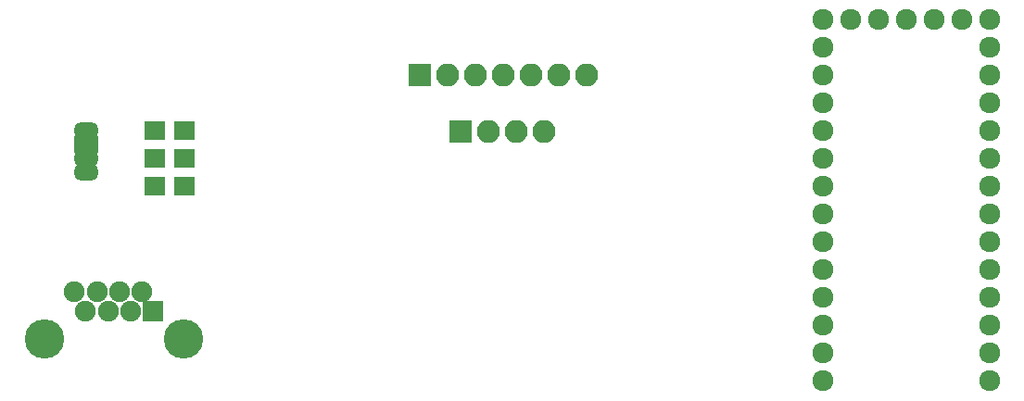
<source format=gts>
G04 #@! TF.FileFunction,Soldermask,Top*
%FSLAX46Y46*%
G04 Gerber Fmt 4.6, Leading zero omitted, Abs format (unit mm)*
G04 Created by KiCad (PCBNEW 4.0.7) date Thursday, May 03, 2018 'PMt' 09:58:57 PM*
%MOMM*%
%LPD*%
G01*
G04 APERTURE LIST*
%ADD10C,0.100000*%
%ADD11R,2.100000X2.100000*%
%ADD12O,2.100000X2.100000*%
%ADD13O,2.305000X1.517600*%
%ADD14R,2.305000X1.517600*%
%ADD15C,3.600000*%
%ADD16R,1.900000X1.900000*%
%ADD17C,1.900000*%
%ADD18R,1.900000X1.700000*%
%ADD19C,1.924000*%
G04 APERTURE END LIST*
D10*
D11*
X149845517Y-90242409D03*
D12*
X152385517Y-90242409D03*
X154925517Y-90242409D03*
X157465517Y-90242409D03*
D13*
X115570000Y-90170000D03*
D14*
X115570000Y-91440000D03*
D13*
X115570000Y-92710000D03*
X115570000Y-93980000D03*
D15*
X111760000Y-109220000D03*
D16*
X121680000Y-106680000D03*
D17*
X120660000Y-104900000D03*
X119640000Y-106680000D03*
X118620000Y-104900000D03*
X117600000Y-106680000D03*
X116580000Y-104900000D03*
X115560000Y-106680000D03*
X114540000Y-104900000D03*
D15*
X124460000Y-109220000D03*
D11*
X146050000Y-85090000D03*
D12*
X148590000Y-85090000D03*
X151130000Y-85090000D03*
X153670000Y-85090000D03*
X156210000Y-85090000D03*
X158750000Y-85090000D03*
X161290000Y-85090000D03*
D18*
X121840000Y-90170000D03*
X124540000Y-90170000D03*
X121840000Y-92710000D03*
X124540000Y-92710000D03*
X121840000Y-95250000D03*
X124540000Y-95250000D03*
D19*
X198120000Y-80010000D03*
X198120000Y-82550000D03*
X198120000Y-85090000D03*
X198120000Y-87630000D03*
X198120000Y-90170000D03*
X198120000Y-92710000D03*
X198120000Y-95250000D03*
X198120000Y-113030000D03*
X198120000Y-110490000D03*
X198120000Y-107950000D03*
X198120000Y-105410000D03*
X198120000Y-102870000D03*
X198120000Y-100330000D03*
X198120000Y-97790000D03*
X182880000Y-97790000D03*
X182880000Y-100330000D03*
X182880000Y-102870000D03*
X182880000Y-105410000D03*
X182880000Y-107950000D03*
X182880000Y-110490000D03*
X182880000Y-113030000D03*
X182880000Y-95250000D03*
X182880000Y-92710000D03*
X182880000Y-90170000D03*
X182880000Y-87630000D03*
X182880000Y-85090000D03*
X182880000Y-82550000D03*
X182880000Y-80010000D03*
X185420000Y-80010000D03*
X187960000Y-80010000D03*
X190500000Y-80010000D03*
X193040000Y-80010000D03*
X195580000Y-80010000D03*
M02*

</source>
